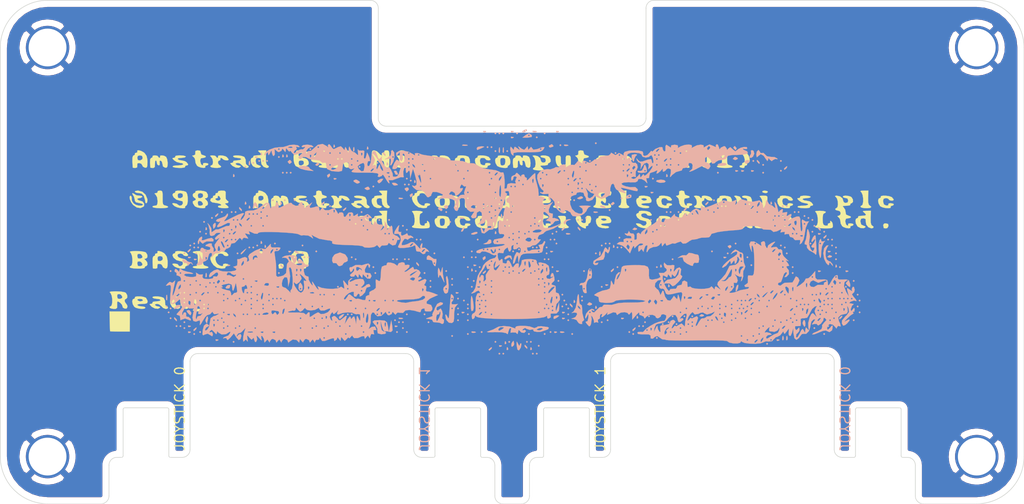
<source format=kicad_pcb>
(kicad_pcb (version 20171130) (host pcbnew "(5.1.8)-1")
  (layers (0 F.Cu signal hide) (31 B.Cu signal hide) (34 B.Paste user) (35 F.Paste user) (36 B.SilkS user) (37 F.SilkS user) (38 B.Mask user) (39 F.Mask user) (44 Edge.Cuts user))
  (net 0 "")
  (net 1 "Net-(M1-Pad1)")
  (module artwork:last_ninja2 (layer B.Cu) (at 139.7 80.83 180)
    (fp_text reference G*** hide)
    (fp_text value LOGO hide)
  )
  (module artwork:boot (layer F.Cu) (at 139.7 101.34)
    (fp_text reference G*** hide)
    (fp_text value LOGO hide)
  )
  (module mounting:M3_pin (layer F.Cu) (at 102.235 108.585)
    (fp_text reference M1 hide)
    (fp_text value Mounting hide)
    (pad 1 thru_hole circle (at 0 0) (size 3.5 3.5) (drill 3.048) (layers *.Cu *.Mask) (net 1 "Net-(M1-Pad1)"))
  )
  (module mounting:M3_pin (layer F.Cu) (at 177.165 75.565)
    (fp_text reference M2 hide)
    (fp_text value Mounting hide)
    (pad 1 thru_hole circle (at 0 0) (size 3.5 3.5) (drill 3.048) (layers *.Cu *.Mask) (net 1 "Net-(M1-Pad1)"))
  )
  (module mounting:M3_pin (layer F.Cu) (at 102.235 75.565)
    (fp_text reference M3 hide)
    (fp_text value Mounting hide)
    (pad 1 thru_hole circle (at 0 0) (size 3.5 3.5) (drill 3.048) (layers *.Cu *.Mask) (net 1 "Net-(M1-Pad1)"))
  )
  (module mounting:M3_pin (layer F.Cu) (at 177.165 108.585)
    (fp_text reference M4 hide)
    (fp_text value Mounting hide)
    (pad 1 thru_hole circle (at 0 0) (size 3.5 3.5) (drill 3.048) (layers *.Cu *.Mask) (net 1 "Net-(M1-Pad1)"))
  )
  (gr_line (start 171.196 108.6485) (end 171.577 108.6485) (layer Edge.Cuts) (width 0.05))
  (gr_arc (start 170.942 104.775) (end 171.069 104.775) (angle -90) (layer Edge.Cuts) (width 0.05))
  (gr_line (start 170.942 104.648) (end 167.513 104.648) (layer Edge.Cuts) (width 0.05))
  (gr_arc (start 167.513 104.775) (end 167.513 104.648) (angle -90) (layer Edge.Cuts) (width 0.05))
  (gr_arc (start 171.196 108.5215) (end 171.069 108.5215) (angle -90) (layer Edge.Cuts) (width 0.05))
  (gr_line (start 167.386 104.775) (end 167.386 108.5215) (layer Edge.Cuts) (width 0.05))
  (gr_line (start 171.069 108.5215) (end 171.069 104.775) (layer Edge.Cuts) (width 0.05))
  (gr_arc (start 167.259 108.5215) (end 167.259 108.6485) (angle -90) (layer Edge.Cuts) (width 0.05))
  (gr_line (start 137.287 108.6485) (end 137.668 108.6485) (layer Edge.Cuts) (width 0.05))
  (gr_line (start 137.16 108.5215) (end 137.16 104.775) (layer Edge.Cuts) (width 0.05))
  (gr_arc (start 133.35 108.5215) (end 133.35 108.6485) (angle -90) (layer Edge.Cuts) (width 0.05))
  (gr_line (start 133.477 104.775) (end 133.477 108.5215) (layer Edge.Cuts) (width 0.05))
  (gr_arc (start 137.033 104.775) (end 137.16 104.775) (angle -90) (layer Edge.Cuts) (width 0.05))
  (gr_arc (start 137.287 108.5215) (end 137.16 108.5215) (angle -90) (layer Edge.Cuts) (width 0.05))
  (gr_line (start 137.033 104.648) (end 133.604 104.648) (layer Edge.Cuts) (width 0.05))
  (gr_arc (start 133.604 104.775) (end 133.604 104.648) (angle -90) (layer Edge.Cuts) (width 0.05))
  (gr_line (start 146.05 108.6485) (end 147.0025 108.6485) (layer Edge.Cuts) (width 0.05))
  (gr_line (start 145.923 108.5215) (end 145.923 104.775) (layer Edge.Cuts) (width 0.05))
  (gr_arc (start 142.113 108.5215) (end 142.113 108.6485) (angle -90) (layer Edge.Cuts) (width 0.05))
  (gr_line (start 142.24 104.775) (end 142.24 108.5215) (layer Edge.Cuts) (width 0.05))
  (gr_arc (start 145.796 104.775) (end 145.923 104.775) (angle -90) (layer Edge.Cuts) (width 0.05))
  (gr_arc (start 146.05 108.5215) (end 145.923 108.5215) (angle -90) (layer Edge.Cuts) (width 0.05))
  (gr_line (start 145.796 104.648) (end 142.367 104.648) (layer Edge.Cuts) (width 0.05))
  (gr_arc (start 142.367 104.775) (end 142.367 104.648) (angle -90) (layer Edge.Cuts) (width 0.05))
  (gr_line (start 112.141 108.6485) (end 113.0935 108.6485) (layer Edge.Cuts) (width 0.05))
  (gr_arc (start 108.204 108.5215) (end 108.204 108.6485) (angle -90) (layer Edge.Cuts) (width 0.05))
  (gr_line (start 108.331 104.775) (end 108.331 108.5215) (layer Edge.Cuts) (width 0.05))
  (gr_arc (start 108.458 104.775) (end 108.458 104.648) (angle -90) (layer Edge.Cuts) (width 0.05))
  (gr_line (start 111.887 104.648) (end 108.458 104.648) (layer Edge.Cuts) (width 0.05))
  (gr_arc (start 112.141 108.5215) (end 112.014 108.5215) (angle -90) (layer Edge.Cuts) (width 0.05))
  (gr_arc (start 111.887 104.775) (end 112.014 104.775) (angle -90) (layer Edge.Cuts) (width 0.05))
  (gr_line (start 112.014 108.5215) (end 112.014 104.775) (layer Edge.Cuts) (width 0.05))
  (gr_text "JOYSTICK 1" (at 132.588 104.7115 270) (layer B.SilkS) (effects (font (size 0.8 0.8) (thickness 0.1)) (justify mirror)))
  (gr_text "JOYSTICK 0" (at 166.497 104.7115 270) (layer B.SilkS) (effects (font (size 0.8 0.8) (thickness 0.1)) (justify mirror)))
  (gr_line (start 106.553 112.395) (end 102.235 112.395) (layer Edge.Cuts) (width 0.05))
  (gr_line (start 138.938 112.395) (end 140.462 112.395) (layer Edge.Cuts) (width 0.05))
  (gr_line (start 151.13 71.755) (end 177.165 71.755) (layer Edge.Cuts) (width 0.05))
  (gr_arc (start 147.0025 108.0135) (end 147.0025 108.6485) (angle -90) (layer Edge.Cuts) (width 0.05))
  (gr_line (start 148.2725 100.2665) (end 165.0365 100.2665) (layer Edge.Cuts) (width 0.05))
  (gr_line (start 147.6375 100.9015) (end 147.6375 108.0135) (layer Edge.Cuts) (width 0.05))
  (gr_line (start 141.097 109.2835) (end 141.097 111.76) (layer Edge.Cuts) (width 0.05))
  (gr_arc (start 172.847 111.76) (end 172.212 111.76) (angle -90) (layer Edge.Cuts) (width 0.05))
  (gr_arc (start 140.462 111.76) (end 140.462 112.395) (angle -90) (layer Edge.Cuts) (width 0.05))
  (gr_arc (start 171.577 109.2835) (end 172.212 109.2835) (angle -90) (layer Edge.Cuts) (width 0.05))
  (gr_arc (start 141.732 109.2835) (end 141.732 108.6485) (angle -90) (layer Edge.Cuts) (width 0.05))
  (gr_arc (start 166.3065 108.0135) (end 165.6715 108.0135) (angle -90) (layer Edge.Cuts) (width 0.05))
  (gr_arc (start 148.2725 100.9015) (end 148.2725 100.2665) (angle -90) (layer Edge.Cuts) (width 0.05))
  (gr_line (start 165.6715 100.9015) (end 165.6715 108.0135) (layer Edge.Cuts) (width 0.05))
  (gr_line (start 166.3065 108.6485) (end 167.259 108.6485) (layer Edge.Cuts) (width 0.05))
  (gr_line (start 172.212 109.2835) (end 172.212 111.76) (layer Edge.Cuts) (width 0.05))
  (gr_line (start 141.732 108.6485) (end 142.113 108.6485) (layer Edge.Cuts) (width 0.05))
  (gr_arc (start 165.0365 100.9015) (end 165.6715 100.9015) (angle -90) (layer Edge.Cuts) (width 0.05))
  (gr_arc (start 138.938 111.76) (end 138.303 111.76) (angle -90) (layer Edge.Cuts) (width 0.05))
  (gr_arc (start 106.553 111.76) (end 106.553 112.395) (angle -90) (layer Edge.Cuts) (width 0.05))
  (gr_line (start 138.303 109.2835) (end 138.303 111.76) (layer Edge.Cuts) (width 0.05))
  (gr_arc (start 137.668 109.2835) (end 138.303 109.2835) (angle -90) (layer Edge.Cuts) (width 0.05))
  (gr_line (start 132.3975 108.6485) (end 133.35 108.6485) (layer Edge.Cuts) (width 0.05))
  (gr_line (start 107.188 109.2835) (end 107.188 111.76) (layer Edge.Cuts) (width 0.05))
  (gr_line (start 107.823 108.6485) (end 108.204 108.6485) (layer Edge.Cuts) (width 0.05))
  (gr_arc (start 107.823 109.2835) (end 107.823 108.6485) (angle -90) (layer Edge.Cuts) (width 0.05))
  (gr_arc (start 132.3975 108.0135) (end 131.7625 108.0135) (angle -90) (layer Edge.Cuts) (width 0.05))
  (gr_arc (start 113.0935 108.0135) (end 113.0935 108.6485) (angle -90) (layer Edge.Cuts) (width 0.05))
  (gr_arc (start 131.1275 100.9015) (end 131.7625 100.9015) (angle -90) (layer Edge.Cuts) (width 0.05))
  (gr_arc (start 114.3635 100.9015) (end 114.3635 100.2665) (angle -90) (layer Edge.Cuts) (width 0.05))
  (gr_line (start 131.7625 100.9015) (end 131.7625 108.0135) (layer Edge.Cuts) (width 0.05))
  (gr_line (start 113.7285 100.9015) (end 113.7285 108.0135) (layer Edge.Cuts) (width 0.05))
  (gr_line (start 114.3635 100.2665) (end 131.1275 100.2665) (layer Edge.Cuts) (width 0.05))
  (gr_line (start 128.905 81.28) (end 128.905 72.39) (layer Edge.Cuts) (width 0.05))
  (gr_line (start 149.86 81.915) (end 129.54 81.915) (layer Edge.Cuts) (width 0.05))
  (gr_line (start 150.495 81.28) (end 150.495 72.39) (layer Edge.Cuts) (width 0.05))
  (gr_arc (start 151.13 72.39) (end 151.13 71.755) (angle -90) (layer Edge.Cuts) (width 0.05))
  (gr_arc (start 149.86 81.28) (end 149.86 81.915) (angle -90) (layer Edge.Cuts) (width 0.05))
  (gr_arc (start 128.27 72.39) (end 128.905 72.39) (angle -90) (layer Edge.Cuts) (width 0.05))
  (gr_arc (start 129.54 81.28) (end 128.905 81.28) (angle -90) (layer Edge.Cuts) (width 0.05))
  (gr_text "JOYSTICK 1" (at 146.812 104.7115 90) (layer F.SilkS) (effects (font (size 0.8 0.8) (thickness 0.1))))
  (gr_text "JOYSTICK 0" (at 112.903 104.7115 90) (layer F.SilkS) (effects (font (size 0.8 0.8) (thickness 0.1))))
  (gr_arc (start 177.165 108.585) (end 177.165 112.395) (angle -90) (layer Edge.Cuts) (width 0.05))
  (gr_arc (start 177.165 75.565) (end 180.975 75.565) (angle -90) (layer Edge.Cuts) (width 0.05))
  (gr_arc (start 102.235 75.565) (end 102.235 71.755) (angle -90) (layer Edge.Cuts) (width 0.05))
  (gr_arc (start 102.235 108.585) (end 98.425 108.585) (angle -90) (layer Edge.Cuts) (width 0.05))
  (gr_line (start 177.165 112.395) (end 172.847 112.395) (layer Edge.Cuts) (width 0.05))
  (gr_line (start 180.975 75.565) (end 180.975 108.585) (layer Edge.Cuts) (width 0.05))
  (gr_line (start 102.235 71.755) (end 128.27 71.755) (layer Edge.Cuts) (width 0.05))
  (gr_line (start 98.425 108.585) (end 98.425 75.565) (layer Edge.Cuts) (width 0.05))
  (zone (net 1) (net_name "Net-(M1-Pad1)") (layer B.Cu) (connect_pads (clearance 0.508)) (min_thickness 0.254) (fill yes (arc_segments 32) (thermal_gap 0.508) (thermal_bridge_width 0.508))
    (polygon (pts (xy 185.42 121.285) (xy 90.805 121.285) (xy 90.805 69.215) (xy 185.42 69.215)))
  )
  (zone (net 1) (net_name "Net-(M1-Pad1)") (layer F.Cu) (connect_pads (clearance 0.508)) (min_thickness 0.254) (fill yes (arc_segments 32) (thermal_gap 0.508) (thermal_bridge_width 0.508))
    (polygon (pts (xy 184.04 120.225) (xy 89.425 120.225) (xy 89.425 68.155) (xy 184.04 68.155)))
  )
)
</source>
